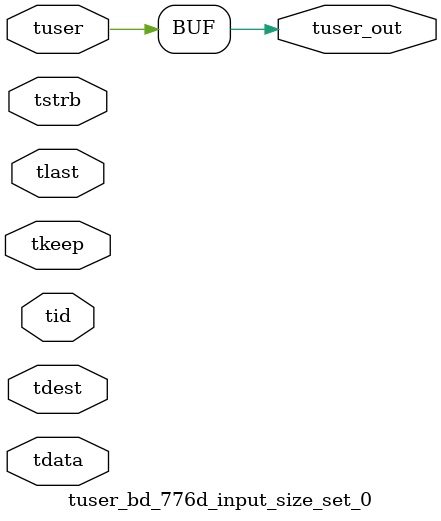
<source format=v>


`timescale 1ps/1ps

module tuser_bd_776d_input_size_set_0 #
(
parameter C_S_AXIS_TUSER_WIDTH = 1,
parameter C_S_AXIS_TDATA_WIDTH = 32,
parameter C_S_AXIS_TID_WIDTH   = 0,
parameter C_S_AXIS_TDEST_WIDTH = 0,
parameter C_M_AXIS_TUSER_WIDTH = 1
)
(
input  [(C_S_AXIS_TUSER_WIDTH == 0 ? 1 : C_S_AXIS_TUSER_WIDTH)-1:0     ] tuser,
input  [(C_S_AXIS_TDATA_WIDTH == 0 ? 1 : C_S_AXIS_TDATA_WIDTH)-1:0     ] tdata,
input  [(C_S_AXIS_TID_WIDTH   == 0 ? 1 : C_S_AXIS_TID_WIDTH)-1:0       ] tid,
input  [(C_S_AXIS_TDEST_WIDTH == 0 ? 1 : C_S_AXIS_TDEST_WIDTH)-1:0     ] tdest,
input  [(C_S_AXIS_TDATA_WIDTH/8)-1:0 ] tkeep,
input  [(C_S_AXIS_TDATA_WIDTH/8)-1:0 ] tstrb,
input                                                                    tlast,
output [C_M_AXIS_TUSER_WIDTH-1:0] tuser_out
);

assign tuser_out = {tuser[0:0]};

endmodule


</source>
